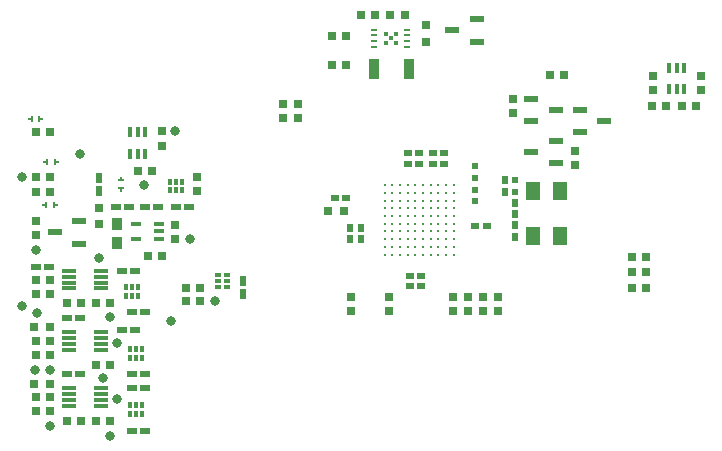
<source format=gbp>
%FSLAX43Y43*%
%MOMM*%
G71*
G01*
G75*
G04 Layer_Color=128*
%ADD10R,0.600X0.900*%
%ADD11R,0.700X0.700*%
%ADD12R,0.650X0.800*%
%ADD13R,0.650X0.500*%
%ADD14R,0.600X0.550*%
%ADD15R,0.500X0.650*%
%ADD16R,0.950X1.000*%
%ADD17R,2.800X0.750*%
%ADD18R,1.200X1.200*%
%ADD19R,0.550X0.600*%
%ADD20R,0.400X1.400*%
%ADD21R,2.300X1.900*%
%ADD22R,1.775X1.900*%
%ADD23R,1.100X1.000*%
%ADD24R,1.100X0.600*%
%ADD25R,1.000X2.250*%
%ADD26R,1.200X1.200*%
%ADD27R,0.900X0.600*%
%ADD28R,1.750X0.950*%
%ADD29R,1.000X0.950*%
%ADD30R,1.600X1.000*%
%ADD31R,2.500X3.000*%
%ADD32O,1.650X0.300*%
%ADD33O,0.300X1.650*%
%ADD34R,0.700X0.700*%
%ADD35R,0.800X0.650*%
%ADD36C,0.175*%
%ADD37C,0.200*%
%ADD38C,0.250*%
%ADD39C,0.300*%
%ADD40C,0.180*%
%ADD41C,0.125*%
%ADD42R,0.900X0.300*%
%ADD43C,1.700*%
%ADD44R,1.700X1.700*%
%ADD45R,1.700X1.700*%
%ADD46C,0.500*%
%ADD47C,3.600*%
%ADD48C,0.550*%
%ADD49C,0.400*%
%ADD50C,0.500*%
%ADD51C,1.400*%
G04:AMPARAMS|DCode=52|XSize=2.524mm|YSize=2.524mm|CornerRadius=0mm|HoleSize=0mm|Usage=FLASHONLY|Rotation=0.000|XOffset=0mm|YOffset=0mm|HoleType=Round|Shape=Relief|Width=0.254mm|Gap=0.254mm|Entries=4|*
%AMTHD52*
7,0,0,2.524,2.016,0.254,45*
%
%ADD52THD52*%
G04:AMPARAMS|DCode=53|XSize=4.224mm|YSize=4.224mm|CornerRadius=0mm|HoleSize=0mm|Usage=FLASHONLY|Rotation=0.000|XOffset=0mm|YOffset=0mm|HoleType=Round|Shape=Relief|Width=0.254mm|Gap=0.254mm|Entries=4|*
%AMTHD53*
7,0,0,4.224,3.716,0.254,45*
%
%ADD53THD53*%
%ADD54C,0.650*%
%ADD55C,0.600*%
%ADD56C,3.100*%
%ADD57C,1.270*%
%ADD58C,0.800*%
%ADD59R,0.500X0.250*%
%ADD60R,0.250X0.500*%
%ADD61R,1.300X0.600*%
%ADD62R,0.762X0.762*%
%ADD63R,0.950X1.750*%
%ADD64R,0.350X0.850*%
%ADD65C,0.280*%
%ADD66R,1.300X1.600*%
%ADD67R,0.600X0.250*%
%ADD68R,1.600X1.500*%
%ADD69R,0.300X0.500*%
%ADD70R,1.250X0.300*%
%ADD71R,0.850X0.400*%
%ADD72R,0.500X0.300*%
%ADD73R,0.200X0.325*%
%ADD74R,0.325X0.200*%
%ADD75C,0.254*%
%ADD76C,0.600*%
%ADD77C,0.100*%
%ADD78R,2.100X2.100*%
%ADD79R,2.100X2.100*%
%ADD80R,1.700X1.700*%
%ADD81R,0.900X0.510*%
%ADD82R,0.700X1.000*%
%ADD83R,0.800X0.800*%
%ADD84R,0.750X0.900*%
%ADD85R,0.750X0.600*%
%ADD86R,0.700X0.650*%
%ADD87R,0.600X0.750*%
%ADD88R,1.050X1.100*%
%ADD89R,1.300X1.300*%
%ADD90R,0.650X0.700*%
%ADD91R,0.500X1.500*%
%ADD92R,2.400X2.000*%
%ADD93R,1.875X2.000*%
%ADD94R,1.200X1.100*%
%ADD95R,1.200X0.700*%
%ADD96R,1.100X2.350*%
%ADD97R,1.300X1.300*%
%ADD98R,1.000X0.700*%
%ADD99R,1.850X1.050*%
%ADD100R,1.100X1.050*%
%ADD101R,1.700X1.100*%
%ADD102R,2.600X3.100*%
%ADD103O,1.750X0.400*%
%ADD104O,0.400X1.750*%
%ADD105R,0.800X0.800*%
%ADD106R,0.900X0.750*%
%ADD107C,1.800*%
%ADD108R,1.800X1.800*%
%ADD109R,1.800X1.800*%
%ADD110C,3.700*%
%ADD111C,1.370*%
%ADD112C,0.900*%
%ADD113R,0.600X0.350*%
%ADD114R,0.350X0.600*%
%ADD115R,1.400X0.700*%
%ADD116R,0.862X0.862*%
%ADD117R,1.050X1.850*%
%ADD118R,0.450X0.950*%
%ADD119C,0.380*%
%ADD120R,1.400X1.700*%
%ADD121R,0.700X0.350*%
%ADD122R,1.700X1.600*%
%ADD123R,0.400X0.600*%
%ADD124R,1.350X0.400*%
%ADD125R,0.950X0.500*%
%ADD126R,0.600X0.400*%
%ADD127R,0.300X0.425*%
%ADD128R,0.425X0.300*%
%ADD129R,0.200X0.100*%
D10*
X-39950Y-25925D02*
D03*
Y-27025D02*
D03*
X-52125Y-17225D02*
D03*
Y-18325D02*
D03*
D11*
Y-19725D02*
D03*
Y-21125D02*
D03*
D12*
X-36600Y-10950D02*
D03*
Y-12150D02*
D03*
X-35325Y-12150D02*
D03*
Y-10950D02*
D03*
X-17100Y-11700D02*
D03*
Y-10500D02*
D03*
X-11800Y-16100D02*
D03*
Y-14900D02*
D03*
X-5200Y-8600D02*
D03*
Y-9800D02*
D03*
X-1200Y-9800D02*
D03*
Y-8600D02*
D03*
X-27575Y-27275D02*
D03*
Y-28475D02*
D03*
X-22175Y-27300D02*
D03*
Y-28500D02*
D03*
X-20900Y-27300D02*
D03*
Y-28500D02*
D03*
X-19625Y-27300D02*
D03*
Y-28500D02*
D03*
X-18350Y-27300D02*
D03*
Y-28500D02*
D03*
X-30775Y-28475D02*
D03*
Y-27275D02*
D03*
X-57475Y-22075D02*
D03*
Y-20875D02*
D03*
X-45700Y-21200D02*
D03*
Y-22400D02*
D03*
X-46775Y-14475D02*
D03*
Y-13275D02*
D03*
X-43875Y-18350D02*
D03*
Y-17150D02*
D03*
D13*
X-31200Y-18900D02*
D03*
X-32150D02*
D03*
X-20275Y-21300D02*
D03*
X-19325D02*
D03*
X-25850Y-25500D02*
D03*
X-24900D02*
D03*
X-25850Y-26400D02*
D03*
X-24900D02*
D03*
X-25025Y-15100D02*
D03*
X-25975D02*
D03*
X-25025Y-16000D02*
D03*
X-25975D02*
D03*
X-23875D02*
D03*
X-22925D02*
D03*
X-23875Y-15100D02*
D03*
X-22925D02*
D03*
D15*
X-17800Y-17425D02*
D03*
Y-18375D02*
D03*
X-30000Y-21425D02*
D03*
Y-22375D02*
D03*
X-30875Y-21425D02*
D03*
Y-22375D02*
D03*
X-16900Y-19325D02*
D03*
Y-20275D02*
D03*
Y-22175D02*
D03*
Y-21225D02*
D03*
D16*
X-50625Y-22750D02*
D03*
Y-21150D02*
D03*
D19*
X-16900Y-17400D02*
D03*
Y-18400D02*
D03*
X-20300Y-16200D02*
D03*
Y-17200D02*
D03*
Y-19200D02*
D03*
Y-18200D02*
D03*
D27*
X-47115Y-19684D02*
D03*
X-48215D02*
D03*
X-56350Y-24725D02*
D03*
X-57450D02*
D03*
X-49350Y-28575D02*
D03*
X-48250D02*
D03*
X-54825Y-33800D02*
D03*
X-53725D02*
D03*
X-49375Y-35025D02*
D03*
X-48275D02*
D03*
X-49350Y-38675D02*
D03*
X-48250D02*
D03*
X-50175Y-30075D02*
D03*
X-49075D02*
D03*
X-54825Y-29050D02*
D03*
X-53725D02*
D03*
X-49350Y-33800D02*
D03*
X-48250D02*
D03*
X-49100Y-25075D02*
D03*
X-50200D02*
D03*
X-45625Y-19675D02*
D03*
X-44525D02*
D03*
X-49615Y-19684D02*
D03*
X-50715D02*
D03*
D34*
X-32775Y-20000D02*
D03*
X-31375D02*
D03*
X-57650Y-34625D02*
D03*
X-56250D02*
D03*
X-57650Y-29875D02*
D03*
X-56250D02*
D03*
D35*
X-4100Y-11100D02*
D03*
X-5300D02*
D03*
X-1600D02*
D03*
X-2800D02*
D03*
X-27475Y-3400D02*
D03*
X-26275D02*
D03*
X-32390Y-7665D02*
D03*
X-31190D02*
D03*
X-7000Y-26500D02*
D03*
X-5800D02*
D03*
X-7000Y-25200D02*
D03*
X-5800D02*
D03*
X-7000Y-23900D02*
D03*
X-5800D02*
D03*
X-31190Y-5165D02*
D03*
X-32390D02*
D03*
X-14000Y-8500D02*
D03*
X-12800D02*
D03*
X-56300Y-25850D02*
D03*
X-57500D02*
D03*
Y-31050D02*
D03*
X-56300D02*
D03*
Y-36950D02*
D03*
X-57500D02*
D03*
X-51175Y-37775D02*
D03*
X-52375D02*
D03*
X-57505Y-18415D02*
D03*
X-56305D02*
D03*
X-56300Y-35800D02*
D03*
X-57500D02*
D03*
X-48000Y-23825D02*
D03*
X-46800D02*
D03*
X-56305Y-17145D02*
D03*
X-57505D02*
D03*
X-57505Y-13335D02*
D03*
X-56305D02*
D03*
X-52375Y-27825D02*
D03*
X-51175D02*
D03*
X-57500Y-27000D02*
D03*
X-56300D02*
D03*
X-54875Y-27825D02*
D03*
X-53675D02*
D03*
X-44775Y-27650D02*
D03*
X-43575D02*
D03*
X-43575Y-26500D02*
D03*
X-44775D02*
D03*
X-47675Y-16600D02*
D03*
X-48875D02*
D03*
X-57500Y-32200D02*
D03*
X-56300D02*
D03*
X-52375Y-33025D02*
D03*
X-51175D02*
D03*
X-53675Y-37775D02*
D03*
X-54875D02*
D03*
X-30000Y-3400D02*
D03*
X-28800D02*
D03*
D49*
X-27425Y-5400D02*
D03*
X-27850Y-5800D02*
D03*
X-27000D02*
D03*
Y-5000D02*
D03*
X-27850D02*
D03*
D58*
X-46050Y-29300D02*
D03*
X-42325Y-27650D02*
D03*
X-44450Y-22400D02*
D03*
X-45675Y-13275D02*
D03*
X-48325Y-17775D02*
D03*
X-58670Y-17145D02*
D03*
X-51175Y-29025D02*
D03*
X-50600Y-31175D02*
D03*
X-50600Y-35925D02*
D03*
X-51800Y-34150D02*
D03*
X-51175Y-39025D02*
D03*
X-56300Y-38200D02*
D03*
X-56250Y-33500D02*
D03*
X-57600D02*
D03*
X-57375Y-28675D02*
D03*
X-58625Y-28075D02*
D03*
X-57475Y-23325D02*
D03*
X-52150Y-24000D02*
D03*
X-53775Y-15175D02*
D03*
D59*
X-50275Y-18075D02*
D03*
Y-17425D02*
D03*
D60*
X-56525Y-15850D02*
D03*
X-55875D02*
D03*
X-57200Y-12225D02*
D03*
X-57850D02*
D03*
X-56600Y-19500D02*
D03*
X-55950D02*
D03*
D61*
X-13450Y-11450D02*
D03*
X-15550Y-10500D02*
D03*
Y-12400D02*
D03*
Y-15000D02*
D03*
X-13450Y-15950D02*
D03*
Y-14050D02*
D03*
X-9350Y-12400D02*
D03*
X-11450Y-11450D02*
D03*
Y-13350D02*
D03*
X-22250Y-4725D02*
D03*
X-20150Y-5675D02*
D03*
Y-3775D02*
D03*
X-53800Y-20875D02*
D03*
Y-22775D02*
D03*
X-55900Y-21825D02*
D03*
D62*
X-24425Y-5699D02*
D03*
Y-4301D02*
D03*
D63*
X-25875Y-7975D02*
D03*
X-28825D02*
D03*
D64*
X-3875Y-9725D02*
D03*
X-3225D02*
D03*
X-2575D02*
D03*
Y-7875D02*
D03*
X-3225D02*
D03*
X-3875D02*
D03*
X-48225Y-15175D02*
D03*
X-48875D02*
D03*
X-49525D02*
D03*
Y-13325D02*
D03*
X-48875D02*
D03*
X-48225D02*
D03*
D65*
X-22100Y-23700D02*
D03*
Y-23050D02*
D03*
Y-22400D02*
D03*
Y-21750D02*
D03*
Y-20450D02*
D03*
Y-19800D02*
D03*
Y-19150D02*
D03*
Y-21100D02*
D03*
X-22750D02*
D03*
X-23400D02*
D03*
X-24050D02*
D03*
X-24700D02*
D03*
X-25350D02*
D03*
X-26000D02*
D03*
X-26650D02*
D03*
X-27300D02*
D03*
X-27950D02*
D03*
X-22750Y-23700D02*
D03*
X-23400D02*
D03*
X-24050D02*
D03*
X-24700D02*
D03*
X-25350D02*
D03*
X-26000D02*
D03*
X-26650D02*
D03*
X-27300D02*
D03*
X-27950D02*
D03*
X-22750Y-23050D02*
D03*
X-23400D02*
D03*
X-24050D02*
D03*
X-24700D02*
D03*
X-25350D02*
D03*
X-26000D02*
D03*
X-26650D02*
D03*
X-27300D02*
D03*
X-27950D02*
D03*
X-22750Y-22400D02*
D03*
X-23400D02*
D03*
X-24050D02*
D03*
X-24700D02*
D03*
X-25350D02*
D03*
X-26000D02*
D03*
X-26650D02*
D03*
X-27300D02*
D03*
X-27950D02*
D03*
X-22750Y-21750D02*
D03*
X-23400D02*
D03*
X-24050D02*
D03*
X-24700D02*
D03*
X-25350D02*
D03*
X-26000D02*
D03*
X-26650D02*
D03*
X-27300D02*
D03*
X-27950D02*
D03*
X-22750Y-20450D02*
D03*
X-23400D02*
D03*
X-24050D02*
D03*
X-24700D02*
D03*
X-25350D02*
D03*
X-26000D02*
D03*
X-26650D02*
D03*
X-27300D02*
D03*
X-27950D02*
D03*
X-22750Y-19800D02*
D03*
X-23400D02*
D03*
X-24050D02*
D03*
X-24700D02*
D03*
X-25350D02*
D03*
X-26000D02*
D03*
X-26650D02*
D03*
X-27300D02*
D03*
X-27950D02*
D03*
X-22750Y-19150D02*
D03*
X-23400D02*
D03*
X-24050D02*
D03*
X-24700D02*
D03*
X-25350D02*
D03*
X-26000D02*
D03*
X-26650D02*
D03*
X-27300D02*
D03*
X-27950D02*
D03*
X-22100Y-18500D02*
D03*
X-22750D02*
D03*
X-23400D02*
D03*
X-24050D02*
D03*
X-24700D02*
D03*
X-25350D02*
D03*
X-26000D02*
D03*
X-26650D02*
D03*
X-27300D02*
D03*
X-27950D02*
D03*
X-22100Y-17850D02*
D03*
X-22750D02*
D03*
X-23400D02*
D03*
X-24050D02*
D03*
X-24700D02*
D03*
X-25350D02*
D03*
X-26000D02*
D03*
X-26650D02*
D03*
X-27300D02*
D03*
X-27950D02*
D03*
D66*
X-15400Y-22150D02*
D03*
Y-18350D02*
D03*
X-13100D02*
D03*
Y-22150D02*
D03*
D67*
X-28825Y-4650D02*
D03*
Y-5150D02*
D03*
Y-6150D02*
D03*
Y-5650D02*
D03*
X-26025D02*
D03*
Y-6150D02*
D03*
Y-5150D02*
D03*
Y-4650D02*
D03*
D69*
X-49850Y-27200D02*
D03*
X-49350D02*
D03*
X-48850D02*
D03*
Y-26450D02*
D03*
X-49350D02*
D03*
X-49850D02*
D03*
X-49500Y-37175D02*
D03*
X-49000D02*
D03*
X-48500D02*
D03*
Y-36425D02*
D03*
X-49000D02*
D03*
X-49500D02*
D03*
X-49525Y-32425D02*
D03*
X-49025D02*
D03*
X-48525D02*
D03*
Y-31675D02*
D03*
X-49025D02*
D03*
X-49525D02*
D03*
X-46125Y-18275D02*
D03*
X-45625D02*
D03*
X-45125D02*
D03*
Y-17525D02*
D03*
X-45625D02*
D03*
X-46125D02*
D03*
D70*
X-52000Y-25075D02*
D03*
Y-25575D02*
D03*
Y-26075D02*
D03*
Y-26575D02*
D03*
X-54650Y-25075D02*
D03*
Y-25575D02*
D03*
Y-26075D02*
D03*
Y-26575D02*
D03*
X-52000Y-35025D02*
D03*
Y-35525D02*
D03*
Y-36025D02*
D03*
Y-36525D02*
D03*
X-54650Y-35025D02*
D03*
Y-35525D02*
D03*
Y-36025D02*
D03*
Y-36525D02*
D03*
X-52000Y-30275D02*
D03*
Y-30775D02*
D03*
Y-31275D02*
D03*
Y-31775D02*
D03*
X-54650Y-30275D02*
D03*
Y-30775D02*
D03*
Y-31275D02*
D03*
Y-31775D02*
D03*
D71*
X-47100Y-21100D02*
D03*
Y-21750D02*
D03*
Y-22400D02*
D03*
X-49000D02*
D03*
Y-21100D02*
D03*
D72*
X-41325Y-26425D02*
D03*
Y-25925D02*
D03*
Y-25425D02*
D03*
X-42075D02*
D03*
Y-25925D02*
D03*
Y-26425D02*
D03*
D73*
X-50275Y-17263D02*
D03*
X-50275Y-18237D02*
D03*
D74*
X-55713Y-15850D02*
D03*
X-56687D02*
D03*
X-58012Y-12225D02*
D03*
X-57038D02*
D03*
X-55788Y-19500D02*
D03*
X-56762D02*
D03*
D129*
X-27425Y-5400D02*
D03*
M02*

</source>
